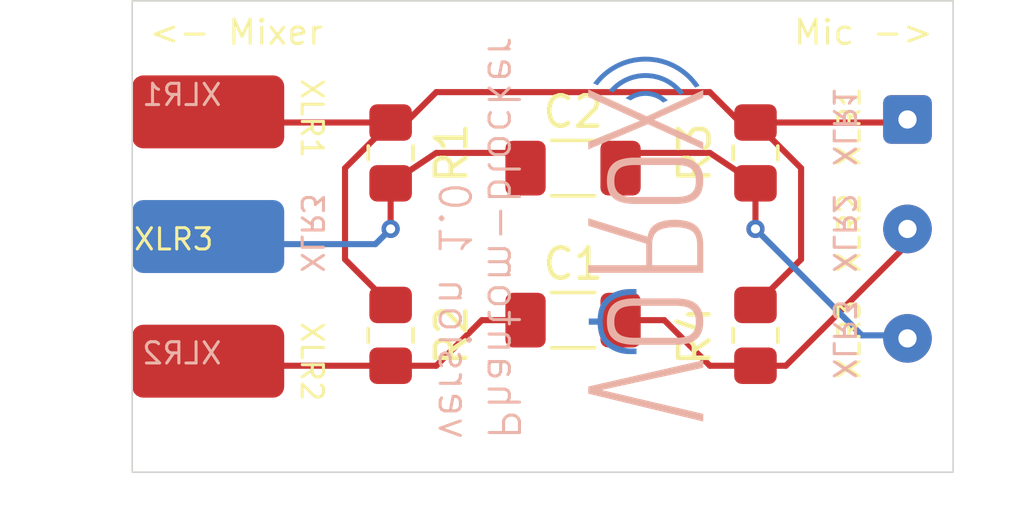
<source format=kicad_pcb>
(kicad_pcb (version 20241229) (generator "pcbnew") (generator_version "9.0")
  (layers (0 "F.Cu" signal) (2 "B.Cu" signal) (13 "F.Paste" user) (15 "B.Paste" user) (5 "F.SilkS" user "F.Silkscreen") (7 "B.SilkS" user "B.Silkscreen") (1 "F.Mask" user) (3 "B.Mask" user) (25 "Edge.Cuts" user))
  (net 0 "")
  (net 1 "Net-(Mixer1-Pin_2)")
  (net 2 "Net-(Microphone1-Pin_2)")
  (net 3 "Net-(Microphone1-Pin_3)")
  (net 4 "Net-(Mixer1-Pin_3)")
  (net 5 "Net-(Microphone1-Pin_1)")
  (footprint "Resistor_SMD:R_0805_2012Metric_Pad1.20x1.40mm_HandSolder" (layer "F.Cu") (at 108.5 61 -90)
    (property "Reference" "R2" (at 0 -2 90) (layer "F.SilkS"))
    (property "Value" "1M")
    (fp_line (start -0.227064 0.735) (end 0.227064 0.735) (stroke (width 0.12)) (layer "F.SilkS"))
    (fp_line (start -0.227064 -0.735) (end 0.227064 -0.735) (stroke (width 0.12)) (layer "F.SilkS"))
    (pad "1" smd roundrect (at -1 0 270) (size 1.2 1.4) (layers "F.Cu" "F.Mask" "F.Paste") (roundrect_rratio 0.208333) (net 5 "Net-(Microphone1-Pin_1)"))
    (pad "2" smd roundrect (at 1 0 270) (size 1.2 1.4) (layers "F.Cu" "F.Mask" "F.Paste") (roundrect_rratio 0.208333) (net 1 "Net-(Mixer1-Pin_2)"))
  )
  (footprint "Capacitor_SMD:C_1206_3216Metric_Pad1.33x1.80mm_HandSolder" (layer "F.Cu") (at 114.5 55.5)
    (property "Reference" "C2" (at 0 -1.85 0) (layer "F.SilkS"))
    (property "Value" "100nF 63V")
    (fp_line (start -0.711252 -0.91) (end 0.711252 -0.91) (stroke (width 0.12)) (layer "F.SilkS"))
    (fp_line (start -0.711252 0.91) (end 0.711252 0.91) (stroke (width 0.12)) (layer "F.SilkS"))
    (pad "1" smd roundrect (at -1.5625 0) (size 1.325 1.8) (layers "F.Cu" "F.Mask" "F.Paste") (roundrect_rratio 0.188679) (net 4 "Net-(Mixer1-Pin_3)"))
    (pad "2" smd roundrect (at 1.5625 0) (size 1.325 1.8) (layers "F.Cu" "F.Mask" "F.Paste") (roundrect_rratio 0.188679) (net 3 "Net-(Microphone1-Pin_3)"))
  )
  (footprint "Connector_Wire:SolderWire-0.1sqmm_1x03_P3.6mm_D0.4mm_OD1mm" (layer "F.Cu") (at 125.5 53.9 -90)
    (property "Reference" "Microphone1" (hide yes))
    (property "Value" "Conn_01x03_Socket")
    (pad "1" thru_hole roundrect (at 0 0 270) (size 1.6 1.6) (drill 0.6) (layers "*.Cu" "*.Mask") (roundrect_rratio 0.15625) (net 5 "Net-(Microphone1-Pin_1)"))
    (pad "2" thru_hole circle (at 3.6 0 270) (size 1.6 1.6) (drill 0.6) (layers "*.Cu" "*.Mask") (net 2 "Net-(Microphone1-Pin_2)"))
    (pad "3" thru_hole circle (at 7.2 0 270) (size 1.6 1.6) (drill 0.6) (layers "*.Cu" "*.Mask") (net 3 "Net-(Microphone1-Pin_3)"))
  )
  (footprint "Resistor_SMD:R_0805_2012Metric_Pad1.20x1.40mm_HandSolder" (layer "F.Cu") (at 120.5 61 -90)
    (property "Reference" "R4" (at 0 2 270) (layer "F.SilkS"))
    (property "Value" "47k")
    (fp_line (start -0.227064 0.735) (end 0.227064 0.735) (stroke (width 0.12)) (layer "F.SilkS"))
    (fp_line (start -0.227064 -0.735) (end 0.227064 -0.735) (stroke (width 0.12)) (layer "F.SilkS"))
    (pad "1" smd roundrect (at -1 0 270) (size 1.2 1.4) (layers "F.Cu" "F.Mask" "F.Paste") (roundrect_rratio 0.208333) (net 5 "Net-(Microphone1-Pin_1)"))
    (pad "2" smd roundrect (at 1 0 270) (size 1.2 1.4) (layers "F.Cu" "F.Mask" "F.Paste") (roundrect_rratio 0.208333) (net 2 "Net-(Microphone1-Pin_2)"))
  )
  (footprint "01_Custom:XLR-Pin-SolderPad" (layer "F.Cu") (at 102.5 57.75)
    (property "Reference" "Mixer1" (hide yes))
    (property "Value" "Conn_01x03_Pin")
    (pad "1" smd roundrect (at 0 -4.1) (size 5 2.4) (layers "F.Cu" "F.Mask") (roundrect_rratio 0.15) (net 5 "Net-(Microphone1-Pin_1)"))
    (pad "2" smd roundrect (at 0 4.1) (size 5 2.4) (layers "F.Cu" "F.Mask") (roundrect_rratio 0.15) (net 1 "Net-(Mixer1-Pin_2)"))
    (pad "3" smd roundrect (at 0 0) (size 5 2.4) (layers "B.Cu" "B.Mask") (roundrect_rratio 0.15) (net 4 "Net-(Mixer1-Pin_3)"))
  )
  (footprint "Resistor_SMD:R_0805_2012Metric_Pad1.20x1.40mm_HandSolder" (layer "F.Cu") (at 108.5 55 -90)
    (property "Reference" "R1" (at 0 -2 270) (layer "F.SilkS"))
    (property "Value" "1M")
    (fp_line (start -0.227064 0.735) (end 0.227064 0.735) (stroke (width 0.12)) (layer "F.SilkS"))
    (fp_line (start -0.227064 -0.735) (end 0.227064 -0.735) (stroke (width 0.12)) (layer "F.SilkS"))
    (pad "1" smd roundrect (at -1 0 270) (size 1.2 1.4) (layers "F.Cu" "F.Mask" "F.Paste") (roundrect_rratio 0.208333) (net 5 "Net-(Microphone1-Pin_1)"))
    (pad "2" smd roundrect (at 1 0 270) (size 1.2 1.4) (layers "F.Cu" "F.Mask" "F.Paste") (roundrect_rratio 0.208333) (net 4 "Net-(Mixer1-Pin_3)"))
  )
  (footprint "Resistor_SMD:R_0805_2012Metric_Pad1.20x1.40mm_HandSolder" (layer "F.Cu") (at 120.5 55 -90)
    (property "Reference" "R3" (at 0 2 90) (layer "F.SilkS"))
    (property "Value" "47k")
    (fp_line (start -0.227064 0.735) (end 0.227064 0.735) (stroke (width 0.12)) (layer "F.SilkS"))
    (fp_line (start -0.227064 -0.735) (end 0.227064 -0.735) (stroke (width 0.12)) (layer "F.SilkS"))
    (pad "1" smd roundrect (at -1 0 270) (size 1.2 1.4) (layers "F.Cu" "F.Mask" "F.Paste") (roundrect_rratio 0.208333) (net 5 "Net-(Microphone1-Pin_1)"))
    (pad "2" smd roundrect (at 1 0 270) (size 1.2 1.4) (layers "F.Cu" "F.Mask" "F.Paste") (roundrect_rratio 0.208333) (net 3 "Net-(Microphone1-Pin_3)"))
  )
  (footprint "Capacitor_SMD:C_1206_3216Metric_Pad1.33x1.80mm_HandSolder" (layer "F.Cu") (at 114.5 60.5)
    (property "Reference" "C1" (at 0 -1.85 0) (layer "F.SilkS"))
    (property "Value" "100nF 63V")
    (fp_line (start -0.711252 -0.91) (end 0.711252 -0.91) (stroke (width 0.12)) (layer "F.SilkS"))
    (fp_line (start -0.711252 0.91) (end 0.711252 0.91) (stroke (width 0.12)) (layer "F.SilkS"))
    (pad "1" smd roundrect (at -1.5625 0) (size 1.325 1.8) (layers "F.Cu" "F.Mask" "F.Paste") (roundrect_rratio 0.188679) (net 1 "Net-(Mixer1-Pin_2)"))
    (pad "2" smd roundrect (at 1.5625 0) (size 1.325 1.8) (layers "F.Cu" "F.Mask" "F.Paste") (roundrect_rratio 0.188679) (net 2 "Net-(Microphone1-Pin_2)"))
  )
  (footprint "01_Custom:VOROX_logo" (layer "B.Cu") (at 115 66 90)
    (property "Reference" "REF**" (hide yes))
    (property "Value" "VOROX_logo")
    (fp_poly (pts (xy 12.762715 2.580317) (xy 12.795902 2.542912) (xy 12.827267 2.503924) (xy 12.856741 2.463418) (xy 12.884254 2.421462) (xy 12.909739 2.378123) (xy 12.933124 2.333468) (xy 12.954342 2.287564) (xy 12.973323 2.240478) (xy 12.989997 2.192276) (xy 13.004296 2.143027) (xy 13.016151 2.092797) (xy 13.025491 2.041653) (xy 13.032249 1.989662) (xy 13.036354 1.936891) (xy 13.037738 1.883407) (xy 13.0367 1.837039) (xy 13.033617 1.791195) (xy 13.028532 1.745921) (xy 13.021489 1.701259) (xy 13.012536 1.657254) (xy 13.001715 1.613949) (xy 12.989072 1.571389) (xy 12.97465 1.529617) (xy 12.958496 1.488677) (xy 12.940653 1.448613) (xy 12.921167 1.409469) (xy 12.900081 1.371289) (xy 12.877441 1.334117) (xy 12.853291 1.297995) (xy 12.827676 1.26297) (xy 12.800641 1.229084) (xy 12.725038 1.393871) (xy 12.742518 1.420284) (xy 12.759048 1.447363) (xy 12.774603 1.475085) (xy 12.789159 1.503425) (xy 12.802693 1.532363) (xy 12.815178 1.561872) (xy 12.826591 1.591932) (xy 12.836907 1.622519) (xy 12.846101 1.65361) (xy 12.854149 1.685181) (xy 12.861026 1.71721) (xy 12.866708 1.749673) (xy 12.87117 1.782548) (xy 12.874387 1.81581) (xy 12.876336 1.849437) (xy 12.876991 1.883407) (xy 12.876012 1.924845) (xy 12.873105 1.965759) (xy 12.868316 2.006106) (xy 12.86169 2.045847) (xy 12.853272 2.084938) (xy 12.843107 2.12334) (xy 12.831242 2.16101) (xy 12.817721 2.197908) (xy 12.80259 2.233991) (xy 12.785894 2.269219) (xy 12.767679 2.30355) (xy 12.74799 2.336943) (xy 12.726871 2.369357) (xy 12.70437 2.400749) (xy 12.68053 2.43108) (xy 12.655398 2.460306) (xy 12.727776 2.616069)) (fill yes) (layer "B.Cu"))
    (fp_poly (pts (xy 13.050535 3.099916) (xy 13.119036 3.040134) (xy 13.183982 2.976561) (xy 13.245199 2.90937) (xy 13.302514 2.838733) (xy 13.355754 2.764821) (xy 13.404745 2.687806) (xy 13.449314 2.60786) (xy 13.489289 2.525156) (xy 13.524496 2.439863) (xy 13.554761 2.352156) (xy 13.579912 2.262206) (xy 13.599776 2.170184) (xy 13.614178 2.076262) (xy 13.622947 1.980612) (xy 13.625908 1.883407) (xy 13.623334 1.792731) (xy 13.615702 1.703394) (xy 13.603155 1.615537) (xy 13.585832 1.529298) (xy 13.563873 1.444818) (xy 13.537418 1.362237) (xy 13.506607 1.281693) (xy 13.471582 1.203326) (xy 13.43248 1.127276) (xy 13.389444 1.053684) (xy 13.342613 0.982687) (xy 13.292127 0.914426) (xy 13.238126 0.849041) (xy 13.18075 0.786671) (xy 13.120141 0.727456) (xy 13.056436 0.671535) (xy 12.987055 0.822738) (xy 13.040743 0.872707) (xy 13.091781 0.92537) (xy 13.140056 0.980615) (xy 13.185456 1.038333) (xy 13.227868 1.098411) (xy 13.267182 1.160739) (xy 13.303283 1.225206) (xy 13.336061 1.291703) (xy 13.365403 1.360117) (xy 13.391196 1.430338) (xy 13.413329 1.502255) (xy 13.43169 1.575758) (xy 13.446165 1.650735) (xy 13.456644 1.727076) (xy 13.463013 1.804671) (xy 13.465161 1.883407) (xy 13.462634 1.968803) (xy 13.455148 2.052843) (xy 13.442848 2.135387) (xy 13.425874 2.216293) (xy 13.404372 2.295417) (xy 13.378482 2.37262) (xy 13.34835 2.447757) (xy 13.314118 2.520689) (xy 13.275928 2.591273) (xy 13.233925 2.659367) (xy 13.188251 2.724828) (xy 13.139049 2.787516) (xy 13.086463 2.847289) (xy 13.030635 2.904003) (xy 12.971709 2.957519) (xy 12.909826 3.007693) (xy 12.978651 3.155736)) (fill yes) (layer "B.Cu"))
    (fp_poly (pts (xy 13.318257 3.585357) (xy 13.4187 3.504688) (xy 13.51404 3.418162) (xy 13.604005 3.326049) (xy 13.688327 3.228621) (xy 13.766735 3.126147) (xy 13.838958 3.018899) (xy 13.904726 2.907145) (xy 13.96377 2.791158) (xy 14.015817 2.671206) (xy 14.060599 2.547562) (xy 14.097845 2.420495) (xy 14.127285 2.290275) (xy 14.148648 2.157174) (xy 14.161664 2.021461) (xy 14.166063 1.883407) (xy 14.162055 1.751633) (xy 14.15019 1.621981) (xy 14.130701 1.494685) (xy 14.103825 1.369979) (xy 14.069795 1.248099) (xy 14.028848 1.12928) (xy 13.981218 1.013756) (xy 13.92714 0.90176) (xy 13.866849 0.793529) (xy 13.80058 0.689297) (xy 13.72857 0.589298) (xy 13.651051 0.493768) (xy 13.56826 0.40294) (xy 13.480431 0.317049) (xy 13.3878 0.236331) (xy 13.290602 0.16102) (xy 13.222687 0.309064) (xy 13.309804 0.378748) (xy 13.392781 0.453216) (xy 13.471411 0.532262) (xy 13.545493 0.615682) (xy 13.614821 0.703271) (xy 13.679191 0.794825) (xy 13.738399 0.890138) (xy 13.792242 0.989008) (xy 13.840515 1.091228) (xy 13.883013 1.196594) (xy 13.919533 1.304902) (xy 13.949871 1.415947) (xy 13.973822 1.529525) (xy 13.991183 1.645431) (xy 14.001749 1.76346) (xy 14.005317 1.883407) (xy 14.004322 1.946819) (xy 14.00136 2.009726) (xy 13.996458 2.072097) (xy 13.989646 2.133904) (xy 13.980956 2.195115) (xy 13.970416 2.255701) (xy 13.943908 2.374878) (xy 13.91036 2.491195) (xy 13.870011 2.604414) (xy 13.823098 2.714295) (xy 13.769862 2.820598) (xy 13.710541 2.923085) (xy 13.645372 3.021515) (xy 13.574595 3.11565) (xy 13.498449 3.205251) (xy 13.417171 3.290077) (xy 13.331001 3.36989) (xy 13.240176 3.44445) (xy 13.144936 3.513518) (xy 13.212981 3.6599) (xy 13.212982 3.6599)) (fill yes) (layer "B.Cu"))
    (fp_poly (pts (xy 4.568469 1.565253) (xy 4.568712 1.48325) (xy 4.56977 1.414068) (xy 4.572127 1.354266) (xy 4.573946 1.326805) (xy 4.576273 1.300398) (xy 4.579169 1.274614) (xy 4.582695 1.249022) (xy 4.586912 1.223193) (xy 4.591881 1.196695) (xy 4.597663 1.169098) (xy 4.604319 1.139972) (xy 4.620495 1.075412) (xy 4.620501 1.075363) (xy 4.620506 1.075315) (xy 4.620514 1.075219) (xy 4.620528 1.075022) (xy 4.630317 1.040724) (xy 4.641079 1.00728) (xy 4.65281 0.974701) (xy 4.665508 0.942998) (xy 4.679169 0.91218) (xy 4.693789 0.882259) (xy 4.709366 0.853246) (xy 4.725897 0.82515) (xy 4.743378 0.797983) (xy 4.761807 0.771754) (xy 4.781179 0.746476) (xy 4.801493 0.722158) (xy 4.822743 0.698811) (xy 4.844928 0.676445) (xy 4.868045 0.655072) (xy 4.892089 0.634702) (xy 4.892252 0.634562) (xy 4.892414 0.634423) (xy 4.892741 0.634148) (xy 4.919112 0.614574) (xy 4.94665 0.596343) (xy 4.975348 0.579444) (xy 5.0052 0.563866) (xy 5.0362 0.549599) (xy 5.068342 0.53663) (xy 5.101622 0.52495) (xy 5.136032 0.514546) (xy 5.171567 0.505407) (xy 5.208222 0.497523) (xy 5.24599 0.490882) (xy 5.284866 0.485474) (xy 5.324844 0.481287) (xy 5.365919 0.47831) (xy 5.408084 0.476532) (xy 5.451333 0.475942) (xy 5.494544 0.476531) (xy 5.536631 0.478306) (xy 5.57759 0.48128) (xy 5.617412 0.485464) (xy 5.656094 0.490872) (xy 5.693628 0.497515) (xy 5.730009 0.505405) (xy 5.76523 0.514555) (xy 5.799287 0.524977) (xy 5.832171 0.536683) (xy 5.86388 0.549685) (xy 5.894404 0.563996) (xy 5.923739 0.579628) (xy 5.95188 0.596593) (xy 5.978819 0.614903) (xy 6.004551 0.634572) (xy 6.029278 0.65491) (xy 6.053041 0.676258) (xy 6.075836 0.698605) (xy 6.097658 0.72194) (xy 6.118503 0.746252) (xy 6.138367 0.77153) (xy 6.157247 0.797762) (xy 6.175136 0.824939) (xy 6.192033 0.853049) (xy 6.207932 0.882081) (xy 6.222828 0.912024) (xy 6.236719 0.942867) (xy 6.249599 0.974599) (xy 6.261465 1.00721) (xy 6.272312 1.040687) (xy 6.282137 1.075022) (xy 6.282144 1.07507) (xy 6.282152 1.075118) (xy 6.28217 1.075215) (xy 6.282188 1.075313) (xy 6.282196 1.075362) (xy 6.282203 1.075412) (xy 6.298251 1.139557) (xy 6.31035 1.19519) (xy 6.315093 1.220961) (xy 6.319059 1.24598) (xy 6.322316 1.270704) (xy 6.324934 1.295594) (xy 6.328533 1.3477) (xy 6.330414 1.405968) (xy 6.331134 1.474064) (xy 6.33125 1.555659) (xy 6.33125 1.587071) (xy 6.524649 1.587071) (xy 6.523402 1.413125) (xy 6.522217 1.342544) (xy 6.51933 1.278228) (xy 6.516937 1.247327) (xy 6.513744 1.216681) (xy 6.509628 1.185853) (xy 6.504464 1.154406) (xy 6.498126 1.121903) (xy 6.490492 1.087907) (xy 6.481436 1.05198) (xy 6.470832 1.013686) (xy 6.458415 0.973114) (xy 6.444866 0.933662) (xy 6.43018 0.895322) (xy 6.414353 0.858085) (xy 6.39738 0.821941) (xy 6.379257 0.78688) (xy 6.359979 0.752894) (xy 6.339542 0.719975) (xy 6.31794 0.688112) (xy 6.295169 0.657296) (xy 6.271224 0.627519) (xy 6.246102 0.598771) (xy 6.219796 0.571043) (xy 6.192303 0.544326) (xy 6.163618 0.518611) (xy 6.133736 0.493888) (xy 6.133569 0.493789) (xy 6.103671 0.471586) (xy 6.0721 0.450731) (xy 6.038851 0.431236) (xy 6.003917 0.413114) (xy 5.967294 0.396374) (xy 5.928975 0.381031) (xy 5.888955 0.367093) (xy 5.84723 0.354573) (xy 5.803792 0.343483) (xy 5.758637 0.333834) (xy 5.711759 0.325638) (xy 5.663152 0.318906) (xy 5.612811 0.31365) (xy 5.560731 0.309882) (xy 5.553772 0.309588) (xy 5.553772 0.017912) (xy 5.348921 0.017912) (xy 5.348921 0.309583) (xy 5.341886 0.30988) (xy 5.28971 0.313646) (xy 5.239223 0.318901) (xy 5.19042 0.325632) (xy 5.143295 0.333829) (xy 5.097843 0.343482) (xy 5.054057 0.354579) (xy 5.011933 0.36711) (xy 4.971464 0.381063) (xy 4.932645 0.396428) (xy 4.89547 0.413194) (xy 4.859933 0.43135) (xy 4.82603 0.450885) (xy 4.793753 0.471789) (xy 4.763098 0.49405) (xy 4.73398 0.51873) (xy 4.706003 0.544405) (xy 4.679165 0.571082) (xy 4.65346 0.598773) (xy 4.628885 0.627485) (xy 4.605436 0.657229) (xy 4.583109 0.688012) (xy 4.561901 0.719844) (xy 4.541807 0.752734) (xy 4.522824 0.786692) (xy 4.504947 0.821726) (xy 4.488173 0.857845) (xy 4.472498 0.895058) (xy 4.457918 0.933376) (xy 4.444429 0.972806) (xy 4.432027 1.013359) (xy 4.43202 1.013378) (xy 4.432012 1.013399) (xy 4.431993 1.013442) (xy 4.431984 1.013464) (xy 4.431975 1.013485) (xy 4.431968 1.013506) (xy 4.431964 1.013516) (xy 4.431961 1.013525) (xy 4.431957 1.013538) (xy 4.431954 1.01355) (xy 4.43195 1.013562) (xy 4.431946 1.013573) (xy 4.431941 1.013584) (xy 4.431937 1.013595) (xy 4.431927 1.013615) (xy 4.431909 1.013655) (xy 4.431905 1.013665) (xy 4.431901 1.013674) (xy 4.431897 1.013683) (xy 4.431894 1.013693) (xy 4.421418 1.052422) (xy 4.412567 1.088726) (xy 4.405206 1.12304) (xy 4.399195 1.155803) (xy 4.394398 1.187452) (xy 4.390677 1.218423) (xy 4.387896 1.249155) (xy 4.385917 1.280083) (xy 4.383814 1.34428) (xy 4.38327 1.414512) (xy 4.382465 1.587071) (xy 4.568469 1.587071)) (fill yes) (layer "B.Cu"))
    (fp_poly (pts (xy 3.201338 0.443284) (xy 3.934472 3.78208) (xy 4.181963 3.78208) (xy 3.318079 -0.000333) (xy 3.079927 -0.000333) (xy 2.164676 3.78208) (xy 2.416837 3.78208)) (fill yes) (layer "B.SilkS"))
    (fp_poly (pts (xy 12.092985 2.166381) (xy 12.81678 3.78208) (xy 13.068942 3.78208) (xy 12.205057 1.923561) (xy 13.087619 -0.000333) (xy 12.840128 -0.000333) (xy 12.060297 1.699417) (xy 11.364519 -0.000333) (xy 11.112358 -0.000333) (xy 11.943556 1.960918) (xy 11.117028 3.78208) (xy 11.35051 3.78208)) (fill yes) (layer "B.SilkS"))
    (fp_poly (pts (xy 8.012576 3.781587) (xy 8.052742 3.78011) (xy 8.091668 3.777647) (xy 8.129353 3.7742) (xy 8.165799 3.769767) (xy 8.201004 3.76435) (xy 8.234968 3.757947) (xy 8.267692 3.75056) (xy 8.299176 3.742187) (xy 8.329419 3.73283) (xy 8.358421 3.722487) (xy 8.386184 3.711159) (xy 8.412706 3.698847) (xy 8.437988 3.68555) (xy 8.462029 3.671267) (xy 8.484831 3.656) (xy 8.507139 3.640458) (xy 8.528536 3.624187) (xy 8.54902 3.607187) (xy 8.568592 3.589457) (xy 8.587252 3.570997) (xy 8.605001 3.551808) (xy 8.621837 3.531889) (xy 8.637761 3.51124) (xy 8.652774 3.489862) (xy 8.666874 3.467754) (xy 8.680062 3.444917) (xy 8.692338 3.42135) (xy 8.703702 3.397053) (xy 8.714154 3.372027) (xy 8.723694 3.346271) (xy 8.732322 3.319785) (xy 8.740804 3.293318) (xy 8.748739 3.26645) (xy 8.756126 3.23918) (xy 8.762967 3.211508) (xy 8.769259 3.183435) (xy 8.775006 3.154962) (xy 8.780204 3.126086) (xy 8.784855 3.09681) (xy 8.792517 3.037053) (xy 8.797989 2.975691) (xy 8.801272 2.912723) (xy 8.802367 2.848151) (xy 8.801637 2.795909) (xy 8.799448 2.744251) (xy 8.7958 2.693177) (xy 8.790693 2.642687) (xy 8.784126 2.592779) (xy 8.776101 2.543456) (xy 8.766615 2.494716) (xy 8.755671 2.44656) (xy 8.750107 2.422847) (xy 8.743924 2.399572) (xy 8.73712 2.376735) (xy 8.729696 2.354335) (xy 8.721652 2.332373) (xy 8.712987 2.310849) (xy 8.703703 2.289762) (xy 8.693798 2.269114) (xy 8.683273 2.248903) (xy 8.672128 2.22913) (xy 8.660363 2.209795) (xy 8.647977 2.190898) (xy 8.634972 2.172438) (xy 8.621346 2.154416) (xy 8.6071 2.136833) (xy 8.592234 2.119686) (xy 8.577203 2.103707) (xy 8.561297 2.088458) (xy 8.544516 2.073938) (xy 8.526858 2.060148) (xy 8.508325 2.047088) (xy 8.488917 2.034756) (xy 8.468634 2.023155) (xy 8.447475 2.012283) (xy 8.42544 2.002142) (xy 8.402529 1.992729) (xy 8.378743 1.984047) (xy 8.354082 1.976094) (xy 8.328544 1.96887) (xy 8.302132 1.962377) (xy 8.274844 1.956612) (xy 8.24668 1.951578) (xy 8.853735 -0.000333) (xy 8.601573 -0.000333) (xy 8.013198 1.904882) (xy 7.308081 1.904882) (xy 7.308081 -0.000333) (xy 7.05592 -0.000333) (xy 7.05592 3.581285) (xy 7.30808 3.581285) (xy 7.308081 2.101007) (xy 7.961831 2.101007) (xy 7.991727 2.101354) (xy 8.020711 2.102393) (xy 8.048784 2.104126) (xy 8.075944 2.106552) (xy 8.102193 2.109671) (xy 8.127529 2.113484) (xy 8.151954 2.117989) (xy 8.175466 2.123188) (xy 8.198067 2.129079) (xy 8.219755 2.135664) (xy 8.240532 2.142942) (xy 8.260396 2.150914) (xy 8.279348 2.159579) (xy 8.297388 2.168936) (xy 8.314516 2.178987) (xy 8.330732 2.189731) (xy 8.346182 2.201697) (xy 8.361012 2.214246) (xy 8.375221 2.22738) (xy 8.388811 2.241097) (xy 8.40178 2.255397) (xy 8.414129 2.270282) (xy 8.425858 2.28575) (xy 8.436967 2.301802) (xy 8.447455 2.318438) (xy 8.457323 2.335657) (xy 8.466571 2.35346) (xy 8.475199 2.371847) (xy 8.483207 2.390817) (xy 8.490594 2.410371) (xy 8.497362 2.430509) (xy 8.503509 2.451231) (xy 8.509729 2.472482) (xy 8.515548 2.494206) (xy 8.520965 2.516405) (xy 8.525982 2.539079) (xy 8.53481 2.585848) (xy 8.542033 2.634515) (xy 8.547652 2.685078) (xy 8.551665 2.737538) (xy 8.554073 2.791896) (xy 8.554875 2.848151) (xy 8.554401 2.892421) (xy 8.552979 2.935342) (xy 8.550607 2.976912) (xy 8.547287 3.017133) (xy 8.543019 3.056005) (xy 8.537802 3.093526) (xy 8.531637 3.129698) (xy 8.524522 3.164519) (xy 8.51646 3.197991) (xy 8.507449 3.230113) (xy 8.497489 3.260886) (xy 8.486581 3.290308) (xy 8.474725 3.318381) (xy 8.46192 3.345104) (xy 8.448166 3.370476) (xy 8.433464 3.3945) (xy 8.42593 3.405991) (xy 8.417923 3.417118) (xy 8.409441 3.42788) (xy 8.400484 3.438278) (xy 8.391054 3.44831) (xy 8.381149 3.457977) (xy 8.37077 3.46728) (xy 8.359917 3.476219) (xy 8.348589 3.484792) (xy 8.336788 3.493) (xy 8.324511 3.500844) (xy 8.311761 3.508322) (xy 8.298537 3.515436) (xy 8.284838 3.522185) (xy 8.270665 3.52857) (xy 8.256017 3.534589) (xy 8.240896 3.540244) (xy 8.2253 3.545534) (xy 8.20923 3.550458) (xy 8.192685 3.555019) (xy 8.158174 3.563045) (xy 8.121765 3.569612) (xy 8.083459 3.574719) (xy 8.043256 3.578367) (xy 8.001158 3.580556) (xy 7.95716 3.581285) (xy 7.30808 3.581285) (xy 7.05592 3.581285) (xy 7.05592 3.78208) (xy 7.97117 3.78208)) (fill yes) (layer "B.SilkS"))
    (fp_poly (pts (xy 10.119358 3.781635) (xy 10.154577 3.780293) (xy 10.188781 3.778055) (xy 10.221972 3.774923) (xy 10.254148 3.770897) (xy 10.285309 3.765975) (xy 10.315458 3.760158) (xy 10.344591 3.753448) (xy 10.372711 3.745842) (xy 10.399817 3.737342) (xy 10.425909 3.727947) (xy 10.450987 3.717658) (xy 10.475052 3.706474) (xy 10.498103 3.694395) (xy 10.52014 3.681423) (xy 10.541164 3.667556) (xy 10.561771 3.652898) (xy 10.581603 3.637556) (xy 10.60066 3.621528) (xy 10.618941 3.604814) (xy 10.636447 3.587415) (xy 10.653178 3.56933) (xy 10.669134 3.550559) (xy 10.684314 3.531103) (xy 10.698718 3.51096) (xy 10.712348 3.490132) (xy 10.725202 3.468618) (xy 10.73728 3.446417) (xy 10.748584 3.42353) (xy 10.759111 3.399957) (xy 10.768863 3.375698) (xy 10.77784 3.350752) (xy 10.793943 3.299219) (xy 10.807898 3.245775) (xy 10.819705 3.190421) (xy 10.829365 3.133157) (xy 10.836877 3.073985) (xy 10.842243 3.012905) (xy 10.845462 2.949918) (xy 10.846536 2.885025) (xy 10.846536 1.529928) (xy 10.845522 1.464977) (xy 10.842481 1.401815) (xy 10.837413 1.340444) (xy 10.830316 1.280861) (xy 10.821192 1.223069) (xy 10.81004 1.167065) (xy 10.803703 1.139733) (xy 10.79686 1.11285) (xy 10.789509 1.086414) (xy 10.781651 1.060424) (xy 10.773137 1.034986) (xy 10.763818 1.010203) (xy 10.753694 0.986076) (xy 10.742766 0.962605) (xy 10.731032 0.93979) (xy 10.718494 0.91763) (xy 10.70515 0.896126) (xy 10.691001 0.875278) (xy 10.676047 0.855087) (xy 10.660288 0.835552) (xy 10.643724 0.816673) (xy 10.626354 0.798449) (xy 10.608178 0.780883) (xy 10.589197 0.763973) (xy 10.569411 0.747719) (xy 10.54882 0.732122) (xy 10.527765 0.717793) (xy 10.505638 0.704389) (xy 10.482436 0.69191) (xy 10.458162 0.680356) (xy 10.432813 0.669727) (xy 10.406392 0.660022) (xy 10.378896 0.651242) (xy 10.350327 0.643387) (xy 10.320685 0.636455) (xy 10.289968 0.630449) (xy 10.258179 0.625367) (xy 10.225315 0.621209) (xy 10.191378 0.617975) (xy 10.156368 0.615665) (xy 10.120283 0.614279) (xy 10.083125 0.613817) (xy 10.045952 0.614279) (xy 10.009822 0.615665) (xy 9.974736 0.617975) (xy 9.940692 0.621209) (xy 9.907693 0.625367) (xy 9.875737 0.630449) (xy 9.844825 0.636455) (xy 9.814956 0.643387) (xy 9.786131 0.651242) (xy 9.75835 0.660022) (xy 9.731613 0.669727) (xy 9.70592 0.680356) (xy 9.681271 0.69191) (xy 9.657666 0.704389) (xy 9.635104 0.717793) (xy 9.613588 0.732122) (xy 9.593458 0.747719) (xy 9.574104 0.763973) (xy 9.555525 0.780883) (xy 9.537723 0.798449) (xy 9.520695 0.816673) (xy 9.504443 0.835552) (xy 9.488967 0.855087) (xy 9.474266 0.875278) (xy 9.46034 0.896126) (xy 9.44719 0.91763) (xy 9.434815 0.93979) (xy 9.423215 0.962605) (xy 9.41239 0.986076) (xy 9.402341 1.010203) (xy 9.393067 1.034986) (xy 9.384568 1.060424) (xy 9.369358 1.113744) (xy 9.356178 1.168734) (xy 9.345025 1.225393) (xy 9.335901 1.283721) (xy 9.328805 1.34372) (xy 9.323736 1.405389) (xy 9.320695 1.468728) (xy 9.319682 1.53374) (xy 9.319682 2.879) (xy 9.550982 2.879) (xy 9.550982 1.52413) (xy 9.55166 1.475054) (xy 9.553696 1.427451) (xy 9.557089 1.381319) (xy 9.56184 1.336659) (xy 9.56795 1.29347) (xy 9.575419 1.251753) (xy 9.584247 1.211508) (xy 9.594435 1.172735) (xy 9.600138 1.154423) (xy 9.606379 1.136621) (xy 9.613159 1.119328) (xy 9.620476 1.102546) (xy 9.628332 1.086272) (xy 9.636725 1.070507) (xy 9.645656 1.055252) (xy 9.655125 1.040506) (xy 9.665131 1.02627) (xy 9.675676 1.012543) (xy 9.686758 0.999326) (xy 9.698377 0.986618) (xy 9.710535 0.97442) (xy 9.723229 0.962731) (xy 9.736461 0.951551) (xy 9.75023 0.940882) (xy 9.765089 0.930792) (xy 9.780683 0.921353) (xy 9.797012 0.912565) (xy 9.814077 0.904428) (xy 9.831878 0.896942) (xy 9.850414 0.890107) (xy 9.869686 0.883924) (xy 9.889695 0.87839) (xy 9.910438 0.873508) (xy 9.931918 0.869278) (xy 9.954133 0.865697) (xy 9.977085 0.862768) (xy 10.000773 0.86049) (xy 10.025197 0.858862) (xy 10.050357 0.857886) (xy 10.076253 0.857561) (xy 10.102135 0.857886) (xy 10.127254 0.858862) (xy 10.15161 0.86049) (xy 10.1752 0.862768) (xy 10.198028 0.865697) (xy 10.220091 0.869278) (xy 10.24139 0.873508) (xy 10.261926 0.87839) (xy 10.281696 0.883924) (xy 10.300703 0.890107) (xy 10.318945 0.896942) (xy 10.336423 0.904428) (xy 10.353138 0.912565) (xy 10.369087 0.921353) (xy 10.384272 0.930792) (xy 10.398691 0.940882) (xy 10.412899 0.951551) (xy 10.42654 0.962731) (xy 10.439615 0.97442) (xy 10.452123 0.986618) (xy 10.464065 0.999326) (xy 10.475441 1.012543) (xy 10.486251 1.02627) (xy 10.496494 1.040506) (xy 10.506172 1.055252) (xy 10.515283 1.070507) (xy 10.523829 1.086272) (xy 10.531809 1.102546) (xy 10.539223 1.119328) (xy 10.546071 1.136621) (xy 10.552353 1.154423) (xy 10.55807 1.172735) (xy 10.568259 1.211508) (xy 10.577091 1.251753) (xy 10.584565 1.29347) (xy 10.590681 1.336658) (xy 10.595438 1.381319) (xy 10.598836 1.42745) (xy 10.600875 1.475054) (xy 10.601555 1.52413) (xy 10.601555 2.879) (xy 10.600875 2.928019) (xy 10.598836 2.975454) (xy 10.595438 3.021303) (xy 10.590681 3.065569) (xy 10.584565 3.108249) (xy 10.577091 3.149344) (xy 10.568259 3.188855) (xy 10.563334 3.208015) (xy 10.55807 3.226779) (xy 10.552367 3.245077) (xy 10.546127 3.262837) (xy 10.539349 3.28006) (xy 10.532034 3.296745) (xy 10.524181 3.312892) (xy 10.51579 3.328501) (xy 10.506862 3.343573) (xy 10.497396 3.358107) (xy 10.487393 3.372104) (xy 10.476851 3.385562) (xy 10.465772 3.398483) (xy 10.454155 3.410865) (xy 10.441999 3.422711) (xy 10.429306 3.434018) (xy 10.416076 3.444787) (xy 10.402306 3.455018) (xy 10.387872 3.465108) (xy 10.372645 3.474546) (xy 10.356626 3.483335) (xy 10.339813 3.491471) (xy 10.322209 3.498957) (xy 10.303811 3.505792) (xy 10.284621 3.511976) (xy 10.264638 3.517509) (xy 10.243863 3.522391) (xy 10.222296 3.526622) (xy 10.199936 3.530202) (xy 10.176784 3.533132) (xy 10.15284 3.53541) (xy 10.128103 3.537037) (xy 10.102574 3.538014) (xy 10.076253 3.538339) (xy 10.050357 3.538014) (xy 10.025196 3.537037) (xy 10.000773 3.53541) (xy 9.977085 3.533132) (xy 9.954133 3.530202) (xy 9.931917 3.526622) (xy 9.910438 3.522391) (xy 9.889694 3.517509) (xy 9.869686 3.511976) (xy 9.850414 3.505792) (xy 9.831878 3.498957) (xy 9.814077 3.491471) (xy 9.797012 3.483335) (xy 9.780683 3.474546) (xy 9.765089 3.465108) (xy 9.75023 3.455018) (xy 9.736461 3.444787) (xy 9.723229 3.434018) (xy 9.710535 3.422711) (xy 9.698377 3.410865) (xy 9.686758 3.398483) (xy 9.675676 3.385562) (xy 9.665131 3.372104) (xy 9.655125 3.358107) (xy 9.645656 3.343573) (xy 9.636725 3.328501) (xy 9.628332 3.312892) (xy 9.620476 3.296745) (xy 9.613159 3.28006) (xy 9.606379 3.262837) (xy 9.600138 3.245077) (xy 9.594435 3.226779) (xy 9.584247 3.188855) (xy 9.575419 3.149345) (xy 9.56795 3.108249) (xy 9.56184 3.065569) (xy 9.557089 3.021304) (xy 9.553696 2.975454) (xy 9.55166 2.928019) (xy 9.550982 2.879) (xy 9.319682 2.879) (xy 9.319682 2.885025) (xy 9.320755 2.949918) (xy 9.323974 3.012905) (xy 9.32934 3.073985) (xy 9.332828 3.10381) (xy 9.336853 3.133157) (xy 9.341415 3.162027) (xy 9.346513 3.190421) (xy 9.352148 3.218336) (xy 9.35832 3.245775) (xy 9.365029 3.272736) (xy 9.372275 3.299219) (xy 9.380058 3.325224) (xy 9.388378 3.350752) (xy 9.39734 3.375698) (xy 9.407048 3.399957) (xy 9.417501 3.42353) (xy 9.4287 3.446417) (xy 9.440645 3.468618) (xy 9.453336 3.490132) (xy 9.466771 3.51096) (xy 9.480953 3.531103) (xy 9.49588 3.550559) (xy 9.511552 3.56933) (xy 9.527971 3.587415) (xy 9.545134 3.604814) (xy 9.563043 3.621528) (xy 9.581697 3.637556) (xy 9.601097 3.652898) (xy 9.621241 3.667556) (xy 9.642729 3.681423) (xy 9.665199 3.694395) (xy 9.688654 3.706474) (xy 9.713094 3.717658) (xy 9.738517 3.727947) (xy 9.764925 3.737342) (xy 9.792316 3.745842) (xy 9.820692 3.753448) (xy 9.850051 3.760158) (xy 9.880396 3.765975) (xy 9.911724 3.770897) (xy 9.944036 3.774923) (xy 9.977332 3.778055) (xy 10.011612 3.780293) (xy 10.046877 3.781635) (xy 10.083125 3.782082)) (fill yes) (layer "B.SilkS"))
    (fp_poly (pts (xy 5.488419 3.781635) (xy 5.523638 3.780293) (xy 5.557842 3.778055) (xy 5.591032 3.774923) (xy 5.623208 3.770897) (xy 5.65437 3.765975) (xy 5.684518 3.760158) (xy 5.713652 3.753448) (xy 5.741771 3.745842) (xy 5.768877 3.737342) (xy 5.794969 3.727947) (xy 5.820048 3.717658) (xy 5.844113 3.706474) (xy 5.867163 3.694395) (xy 5.889201 3.681423) (xy 5.910225 3.667556) (xy 5.930832 3.652898) (xy 5.950664 3.637556) (xy 5.969721 3.621528) (xy 5.988002 3.604814) (xy 6.005508 3.587415) (xy 6.022239 3.56933) (xy 6.038194 3.550559) (xy 6.053374 3.531103) (xy 6.067779 3.51096) (xy 6.081408 3.490132) (xy 6.094262 3.468618) (xy 6.10634 3.446417) (xy 6.117644 3.42353) (xy 6.128171 3.399957) (xy 6.137923 3.375698) (xy 6.1469 3.350752) (xy 6.163003 3.299219) (xy 6.176958 3.245775) (xy 6.188765 3.190421) (xy 6.198425 3.133157) (xy 6.205938 3.073985) (xy 6.211304 3.012905) (xy 6.214523 2.949918) (xy 6.215596 2.885025) (xy 6.215596 1.529928) (xy 6.214583 1.464977) (xy 6.211541 1.401815) (xy 6.206472 1.340444) (xy 6.199376 1.280861) (xy 6.190252 1.223069) (xy 6.1791 1.167065) (xy 6.172763 1.139733) (xy 6.16592 1.11285) (xy 6.158569 1.086414) (xy 6.150711 1.060424) (xy 6.142197 1.034986) (xy 6.132878 1.010203) (xy 6.122754 0.986076) (xy 6.111826 0.962605) (xy 6.100092 0.93979) (xy 6.087554 0.91763) (xy 6.07421 0.896126) (xy 6.060062 0.875278) (xy 6.045107 0.855087) (xy 6.029348 0.835552) (xy 6.012783 0.816673) (xy 5.995414 0.798449) (xy 5.977239 0.780883) (xy 5.958258 0.763973) (xy 5.938472 0.747719) (xy 5.91788 0.732122) (xy 5.896826 0.717793) (xy 5.874698 0.704389) (xy 5.851496 0.69191) (xy 5.827222 0.680356) (xy 5.801873 0.669727) (xy 5.775452 0.660022) (xy 5.747956 0.651242) (xy 5.719387 0.643387) (xy 5.689745 0.636455) (xy 5.659029 0.630449) (xy 5.627239 0.625367) (xy 5.594375 0.621209) (xy 5.560439 0.617975) (xy 5.525427 0.615665) (xy 5.489343 0.614279) (xy 5.452185 0.613817) (xy 5.415012 0.614279) (xy 5.378882 0.615665) (xy 5.343795 0.617975) (xy 5.309753 0.621209) (xy 5.276753 0.625367) (xy 5.244797 0.630449) (xy 5.213885 0.636455) (xy 5.184016 0.643387) (xy 5.155191 0.651242) (xy 5.12741 0.660022) (xy 5.100672 0.669727) (xy 5.074979 0.680356) (xy 5.05033 0.69191) (xy 5.026725 0.704389) (xy 5.004164 0.717793) (xy 4.982648 0.732122) (xy 4.962518 0.747719) (xy 4.943163 0.763973) (xy 4.924585 0.780883) (xy 4.906782 0.798449) (xy 4.889755 0.816673) (xy 4.873503 0.835552) (xy 4.858026 0.855087) (xy 4.843326 0.875278) (xy 4.8294 0.896126) (xy 4.81625 0.91763) (xy 4.803875 0.93979) (xy 4.792275 0.962605) (xy 4.78145 0.986076) (xy 4.771401 1.010203) (xy 4.762127 1.034986) (xy 4.753628 1.060424) (xy 4.738419 1.113744) (xy 4.725238 1.168734) (xy 4.714086 1.225393) (xy 4.704962 1.283721) (xy 4.697865 1.34372) (xy 4.692797 1.405389) (xy 4.689756 1.468728) (xy 4.688742 1.53374) (xy 4.688742 2.879) (xy 4.920042 2.879) (xy 4.920042 1.52413) (xy 4.920721 1.475054) (xy 4.922756 1.427451) (xy 4.926149 1.381319) (xy 4.930901 1.336659) (xy 4.93701 1.29347) (xy 4.944479 1.251753) (xy 4.953306 1.211508) (xy 4.963494 1.172735) (xy 4.969197 1.154423) (xy 4.975439 1.136621) (xy 4.982219 1.119328) (xy 4.989536 1.102546) (xy 4.997391 1.086272) (xy 5.005785 1.070507) (xy 5.014716 1.055252) (xy 5.024185 1.040506) (xy 5.034192 1.02627) (xy 5.044736 1.012543) (xy 5.055818 0.999326) (xy 5.067438 0.986618) (xy 5.079595 0.97442) (xy 5.092289 0.962731) (xy 5.105521 0.951551) (xy 5.11929 0.940882) (xy 5.134149 0.930792) (xy 5.149743 0.921353) (xy 5.166072 0.912565) (xy 5.183137 0.904428) (xy 5.200938 0.896942) (xy 5.219474 0.890107) (xy 5.238746 0.883924) (xy 5.258754 0.87839) (xy 5.279498 0.873508) (xy 5.300977 0.869278) (xy 5.323193 0.865697) (xy 5.346144 0.862768) (xy 5.369832 0.86049) (xy 5.394256 0.858862) (xy 5.419416 0.857886) (xy 5.445312 0.857561) (xy 5.471195 0.857886) (xy 5.496314 0.858862) (xy 5.520669 0.86049) (xy 5.54426 0.862768) (xy 5.567087 0.865697) (xy 5.58915 0.869278) (xy 5.61045 0.873508) (xy 5.630985 0.87839) (xy 5.650756 0.883924) (xy 5.669763 0.890107) (xy 5.688005 0.896942) (xy 5.705483 0.904428) (xy 5.722197 0.912565) (xy 5.738147 0.921353) (xy 5.753331 0.930792) (xy 5.767752 0.940882) (xy 5.781959 0.951551) (xy 5.7956 0.962731) (xy 5.808675 0.97442) (xy 5.821183 0.986618) (xy 5.833125 0.999326) (xy 5.844501 1.012543) (xy 5.85531 1.02627) (xy 5.865554 1.040506) (xy 5.875232 1.055252) (xy 5.884343 1.070507) (xy 5.892889 1.086272) (xy 5.900869 1.102546) (xy 5.908283 1.119328) (xy 5.915131 1.136621) (xy 5.921414 1.154423) (xy 5.92713 1.172735) (xy 5.93732 1.211508) (xy 5.946152 1.251753) (xy 5.953625 1.29347) (xy 5.959741 1.336658) (xy 5.964498 1.381319) (xy 5.967896 1.42745) (xy 5.969936 1.475054) (xy 5.970615 1.52413) (xy 5.970615 2.879) (xy 5.969936 2.928019) (xy 5.967896 2.975454) (xy 5.964498 3.021303) (xy 5.959741 3.065569) (xy 5.953625 3.108249) (xy 5.946152 3.149344) (xy 5.93732 3.188855) (xy 5.932395 3.208015) (xy 5.92713 3.226779) (xy 5.921428 3.245077) (xy 5.915187 3.262837) (xy 5.90841 3.28006) (xy 5.901094 3.296745) (xy 5.893241 3.312892) (xy 5.884851 3.328501) (xy 5.875922 3.343573) (xy 5.866457 3.358107) (xy 5.856453 3.372104) (xy 5.845911 3.385562) (xy 5.834832 3.398483) (xy 5.823215 3.410865) (xy 5.81106 3.422711) (xy 5.798367 3.434018) (xy 5.785136 3.444787) (xy 5.771367 3.455018) (xy 5.756933 3.465108) (xy 5.741706 3.474546) (xy 5.725686 3.483335) (xy 5.708874 3.491471) (xy 5.691269 3.498957) (xy 5.672871 3.505792) (xy 5.653681 3.511976) (xy 5.633699 3.517509) (xy 5.612924 3.522391) (xy 5.591356 3.526622) (xy 5.568996 3.530202) (xy 5.545844 3.533132) (xy 5.521899 3.53541) (xy 5.497163 3.537037) (xy 5.471634 3.538014) (xy 5.445312 3.538339) (xy 5.419416 3.538014) (xy 5.394256 3.537037) (xy 5.369832 3.53541) (xy 5.346144 3.533132) (xy 5.323193 3.530202) (xy 5.300977 3.526622) (xy 5.279498 3.522391) (xy 5.258754 3.517509) (xy 5.238746 3.511976) (xy 5.219474 3.505792) (xy 5.200938 3.498957) (xy 5.183137 3.491471) (xy 5.166072 3.483335) (xy 5.149743 3.474546) (xy 5.134149 3.465108) (xy 5.11929 3.455018) (xy 5.105521 3.444787) (xy 5.092289 3.434018) (xy 5.079595 3.422711) (xy 5.067438 3.410865) (xy 5.055818 3.398483) (xy 5.044736 3.385562) (xy 5.034192 3.372104) (xy 5.024185 3.358107) (xy 5.014716 3.343573) (xy 5.005785 3.328501) (xy 4.997391 3.312892) (xy 4.989536 3.296745) (xy 4.982219 3.28006) (xy 4.975439 3.262837) (xy 4.969197 3.245077) (xy 4.963494 3.226779) (xy 4.953306 3.188855) (xy 4.944479 3.149345) (xy 4.93701 3.108249) (xy 4.930901 3.065569) (xy 4.926149 3.021304) (xy 4.922756 2.975454) (xy 4.920721 2.928019) (xy 4.920042 2.879) (xy 4.688742 2.879) (xy 4.688742 2.885025) (xy 4.689815 2.949918) (xy 4.693035 3.012905) (xy 4.698401 3.073985) (xy 4.701888 3.10381) (xy 4.705913 3.133157) (xy 4.710474 3.162027) (xy 4.715573 3.190421) (xy 4.721208 3.218336) (xy 4.72738 3.245775) (xy 4.734089 3.272736) (xy 4.741335 3.299219) (xy 4.749118 3.325224) (xy 4.757438 3.350752) (xy 4.7664 3.375698) (xy 4.776108 3.399957) (xy 4.786561 3.42353) (xy 4.79776 3.446417) (xy 4.809705 3.468618) (xy 4.822395 3.490132) (xy 4.835831 3.51096) (xy 4.850013 3.531103) (xy 4.86494 3.550559) (xy 4.880613 3.56933) (xy 4.897031 3.587415) (xy 4.914194 3.604814) (xy 4.932103 3.621528) (xy 4.950758 3.637556) (xy 4.970157 3.652898) (xy 4.990302 3.667556) (xy 5.011788 3.681423) (xy 5.034259 3.694395) (xy 5.057714 3.706474) (xy 5.082153 3.717658) (xy 5.107577 3.727947) (xy 5.133984 3.737342) (xy 5.161376 3.745842) (xy 5.189751 3.753448) (xy 5.219111 3.760158) (xy 5.249456 3.765975) (xy 5.280783 3.770897) (xy 5.313096 3.774923) (xy 5.346392 3.778055) (xy 5.380672 3.780293) (xy 5.415937 3.781635) (xy 5.452185 3.782082)) (fill yes) (layer "B.SilkS"))
  )
  (gr_line (start 121.5 59) (end 122 58.5) (stroke (width 0.2)) (layer "F.Cu") (net 5))
  (gr_line (start 111.5 60.5) (end 110 62) (stroke (width 0.2)) (layer "F.Cu") (net 1))
  (gr_line (start 120.5 54) (end 125.5 54) (stroke (width 0.2)) (layer "F.Cu") (net 5))
  (gr_line (start 107 55.5) (end 107 58.5) (stroke (width 0.2)) (layer "F.Cu") (net 5))
  (gr_line (start 108.5 54) (end 107 55.5) (stroke (width 0.2)) (layer "F.Cu") (net 5))
  (gr_line (start 122 58.5) (end 122 55.5) (stroke (width 0.2)) (layer "F.Cu") (net 5))
  (gr_line (start 110 55) (end 108.5 56) (stroke (width 0.2)) (layer "F.Cu") (net 4))
  (gr_line (start 110 53) (end 119 53) (stroke (width 0.2)) (layer "F.Cu") (net 5))
  (gr_line (start 113 60.5) (end 111.5 60.5) (stroke (width 0.2)) (layer "F.Cu") (net 1))
  (gr_line (start 119 53) (end 120 54) (stroke (width 0.2)) (layer "F.Cu") (net 5))
  (gr_line (start 119 55) (end 120.5 56) (stroke (width 0.2)) (layer "F.Cu") (net 3))
  (gr_line (start 108.5 57.5) (end 108.5 56) (stroke (width 0.2)) (layer "F.Cu") (net 4))
  (gr_line (start 110 62) (end 108.5 62) (stroke (width 0.2)) (layer "F.Cu") (net 1))
  (gr_line (start 122 55.5) (end 120.5 54) (stroke (width 0.2)) (layer "F.Cu") (net 5))
  (gr_line (start 120.5 60) (end 121.5 59) (stroke (width 0.2)) (layer "F.Cu") (net 5))
  (gr_line (start 124 61) (end 125.5 61) (stroke (width 0.2)) (layer "B.Cu") (net 3))
  (gr_line (start 120.5 57.5) (end 124 61) (stroke (width 0.2)) (layer "B.Cu") (net 3))
  (gr_line (start 127 65.5) (end 100 65.5) (stroke (width 0.05)) (layer "Edge.Cuts"))
  (gr_line (start 127 50) (end 127 65.5) (stroke (width 0.05)) (layer "Edge.Cuts"))
  (gr_line (start 100 50) (end 100 65.5) (stroke (width 0.05)) (layer "Edge.Cuts"))
  (gr_line (start 100 50) (end 127 50) (stroke (width 0.05)) (layer "Edge.Cuts"))
  (gr_text "XLR1" (at 124 55.5 90) (layer "F.SilkS") (effects (font (size 0.7 0.7) (thickness 0.1)) (justify left bottom)))
  (gr_text "XLR1" (at 105.5 52.5 270) (layer "F.SilkS") (effects (font (size 0.7 0.7) (thickness 0.1)) (justify left bottom)))
  (gr_text "Mic ->" (at 121.7 51.5 0) (layer "F.SilkS") (effects (font (size 0.8 0.8) (thickness 0.1)) (justify left bottom)))
  (gr_text "XLR2" (at 124 59 90) (layer "F.SilkS") (effects (font (size 0.7 0.7) (thickness 0.1)) (justify left bottom)))
  (gr_text "<- Mixer" (at 100.5 51.5 0) (layer "F.SilkS") (effects (font (size 0.8 0.8) (thickness 0.1)) (justify left bottom)))
  (gr_text "XLR3" (at 124 62.5 90) (layer "F.SilkS") (effects (font (size 0.7 0.7) (thickness 0.1)) (justify left bottom)))
  (gr_text "XLR3" (at 100 58.25 0) (layer "F.SilkS") (effects (font (size 0.7 0.7) (thickness 0.1)) (justify left bottom)))
  (gr_text "XLR2" (at 105.5 60.5 270) (layer "F.SilkS") (effects (font (size 0.7 0.7) (thickness 0.1)) (justify left bottom)))
  (gr_text "XLR1" (at 123 55.5 -90) (layer "B.SilkS") (effects (font (size 0.7 0.7) (thickness 0.1)) (justify left bottom mirror)))
  (gr_text "XLR2" (at 123 59 -90) (layer "B.SilkS") (effects (font (size 0.7 0.7) (thickness 0.1)) (justify left bottom mirror)))
  (gr_text "XLR2" (at 103 62 -0) (layer "B.SilkS") (effects (font (size 0.7 0.7) (thickness 0.1)) (justify left bottom mirror)))
  (gr_text "XLR1" (at 103 53.5 -0) (layer "B.SilkS") (effects (font (size 0.7 0.7) (thickness 0.1)) (justify left bottom mirror)))
  (gr_text "Phantom-blocker\nversion 1.0" (at 110 64.5 270) (layer "B.SilkS") (effects (font (size 1 1) (thickness 0.1)) (justify left bottom mirror)))
  (gr_text "XLR3" (at 105.5 59 270) (layer "B.SilkS") (effects (font (size 0.7 0.7) (thickness 0.1)) (justify left bottom mirror)))
  (gr_text "XLR3" (at 123 62.5 -90) (layer "B.SilkS") (effects (font (size 0.7 0.7) (thickness 0.1)) (justify left bottom mirror)))
  (segment (start 102.6 61.5) (end 102.5 61.6) (width 0.2) (layer "F.Cu") (net 1))
  (segment (start 102.6 62) (end 109 62) (width 0.2) (layer "F.Cu") (net 1))
  (segment (start 117.5 60.5) (end 119 62) (width 0.2) (layer "F.Cu") (net 2))
  (segment (start 121.5 62) (end 120.5 62) (width 0.2) (layer "F.Cu") (net 2))
  (segment (start 116.5625 60.5) (end 117.5 60.5) (width 0.2) (layer "F.Cu") (net 2))
  (segment (start 119 62) (end 120.5 62) (width 0.2) (layer "F.Cu") (net 2))
  (segment (start 125.5 58) (end 121.5 62) (width 0.2) (layer "F.Cu") (net 2))
  (segment (start 119 55) (end 116.0625 55) (width 0.2) (layer "F.Cu") (net 3))
  (segment (start 120.5 57.5) (end 120.5 56) (width 0.2) (layer "F.Cu") (net 3))
  (via (at 120.5 57.5) (size 0.6) (drill 0.3) (layers "F.Cu" "B.Cu") (net 3))
  (segment (start 112.9375 55) (end 110 55) (width 0.2) (layer "F.Cu") (net 4))
  (via (at 108.5 57.5) (size 0.6) (drill 0.3) (layers "F.Cu" "B.Cu") (net 4))
  (segment (start 108 58) (end 102.5 58) (width 0.2) (layer "B.Cu") (net 4))
  (segment (start 108.5 57.5) (end 108 58) (width 0.2) (layer "B.Cu") (net 4))
  (segment (start 110 53) (end 109 54) (width 0.2) (layer "F.Cu") (net 5))
  (segment (start 109 60) (end 108.5 60) (width 0.2) (layer "F.Cu") (net 5))
  (segment (start 109 54) (end 103.4 54) (width 0.2) (layer "F.Cu") (net 5))
  (segment (start 108.5 60) (end 107 58.5) (width 0.2) (layer "F.Cu") (net 5))
  (segment (start 103.4 54) (end 102.9 53.5) (width 0.2) (layer "F.Cu") (net 5))
)
</source>
